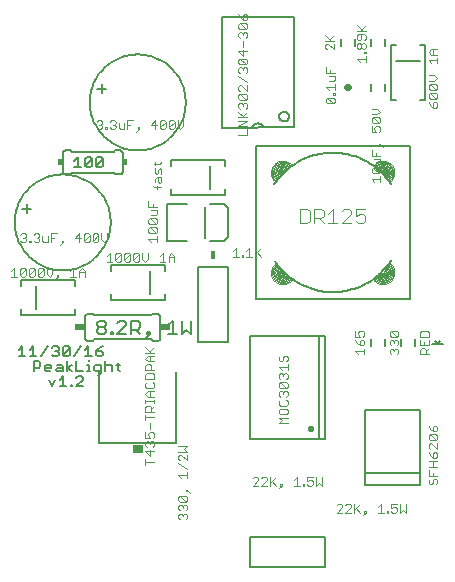
<source format=gto>
G75*
G70*
%OFA0B0*%
%FSLAX24Y24*%
%IPPOS*%
%LPD*%
%AMOC8*
5,1,8,0,0,1.08239X$1,22.5*
%
%ADD10C,0.0060*%
%ADD11R,0.0180X0.0300*%
%ADD12C,0.0030*%
%ADD13C,0.0080*%
%ADD14R,0.0340X0.0240*%
%ADD15C,0.0050*%
%ADD16C,0.0220*%
%ADD17R,0.0150X0.0200*%
%ADD18C,0.0217*%
%ADD19C,0.0040*%
%ADD20R,0.0340X0.0300*%
D10*
X002706Y006618D02*
X002819Y006844D01*
X002961Y006844D02*
X003074Y006958D01*
X003074Y006618D01*
X002961Y006618D02*
X003188Y006618D01*
X003329Y006618D02*
X003386Y006618D01*
X003386Y006674D01*
X003329Y006674D01*
X003329Y006618D01*
X003513Y006618D02*
X003740Y006844D01*
X003740Y006901D01*
X003683Y006958D01*
X003570Y006958D01*
X003513Y006901D01*
X003504Y007118D02*
X003731Y007118D01*
X003873Y007118D02*
X003986Y007118D01*
X003929Y007118D02*
X003929Y007344D01*
X003873Y007344D01*
X003929Y007458D02*
X003929Y007515D01*
X003916Y007618D02*
X003916Y007958D01*
X003802Y007844D01*
X003661Y007958D02*
X003434Y007618D01*
X003293Y007674D02*
X003236Y007618D01*
X003122Y007618D01*
X003066Y007674D01*
X003293Y007901D01*
X003293Y007674D01*
X003293Y007901D02*
X003236Y007958D01*
X003122Y007958D01*
X003066Y007901D01*
X003066Y007674D01*
X002924Y007674D02*
X002868Y007618D01*
X002754Y007618D01*
X002697Y007674D01*
X002811Y007788D02*
X002868Y007788D01*
X002924Y007731D01*
X002924Y007674D01*
X002868Y007788D02*
X002924Y007844D01*
X002924Y007901D01*
X002868Y007958D01*
X002754Y007958D01*
X002697Y007901D01*
X002556Y007958D02*
X002329Y007618D01*
X002188Y007618D02*
X001961Y007618D01*
X002074Y007618D02*
X002074Y007958D01*
X001961Y007844D01*
X001706Y007958D02*
X001706Y007618D01*
X001593Y007618D02*
X001819Y007618D01*
X002093Y007458D02*
X002263Y007458D01*
X002319Y007401D01*
X002319Y007288D01*
X002263Y007231D01*
X002093Y007231D01*
X002093Y007118D02*
X002093Y007458D01*
X002461Y007288D02*
X002461Y007174D01*
X002518Y007118D01*
X002631Y007118D01*
X002688Y007231D02*
X002461Y007231D01*
X002461Y007288D02*
X002518Y007344D01*
X002631Y007344D01*
X002688Y007288D01*
X002688Y007231D01*
X002829Y007174D02*
X002886Y007231D01*
X003056Y007231D01*
X003056Y007288D02*
X003056Y007118D01*
X002886Y007118D01*
X002829Y007174D01*
X002886Y007344D02*
X002999Y007344D01*
X003056Y007288D01*
X003197Y007231D02*
X003368Y007118D01*
X003504Y007118D02*
X003504Y007458D01*
X003368Y007344D02*
X003197Y007231D01*
X003197Y007118D02*
X003197Y007458D01*
X003802Y007618D02*
X004029Y007618D01*
X004171Y007674D02*
X004227Y007618D01*
X004341Y007618D01*
X004398Y007674D01*
X004398Y007731D01*
X004341Y007788D01*
X004171Y007788D01*
X004171Y007674D01*
X004171Y007788D02*
X004284Y007901D01*
X004398Y007958D01*
X004113Y008188D02*
X006013Y008188D01*
X006063Y008138D01*
X006213Y008138D01*
X006230Y008140D01*
X006247Y008144D01*
X006263Y008151D01*
X006277Y008161D01*
X006290Y008174D01*
X006300Y008188D01*
X006307Y008204D01*
X006311Y008221D01*
X006313Y008238D01*
X006313Y008938D01*
X006311Y008955D01*
X006307Y008972D01*
X006300Y008988D01*
X006290Y009002D01*
X006277Y009015D01*
X006263Y009025D01*
X006247Y009032D01*
X006230Y009036D01*
X006213Y009038D01*
X006063Y009038D01*
X006013Y008988D01*
X004113Y008988D01*
X004063Y009038D01*
X003913Y009038D01*
X003896Y009036D01*
X003879Y009032D01*
X003863Y009025D01*
X003849Y009015D01*
X003836Y009002D01*
X003826Y008988D01*
X003819Y008972D01*
X003815Y008955D01*
X003813Y008938D01*
X003813Y008238D01*
X003815Y008221D01*
X003819Y008204D01*
X003826Y008188D01*
X003836Y008174D01*
X003849Y008161D01*
X003863Y008151D01*
X003879Y008144D01*
X003896Y008140D01*
X003913Y008138D01*
X004063Y008138D01*
X004113Y008188D01*
X004487Y007458D02*
X004487Y007118D01*
X004345Y007118D02*
X004175Y007118D01*
X004118Y007174D01*
X004118Y007288D01*
X004175Y007344D01*
X004345Y007344D01*
X004345Y007061D01*
X004288Y007004D01*
X004232Y007004D01*
X004487Y007288D02*
X004543Y007344D01*
X004657Y007344D01*
X004713Y007288D01*
X004713Y007118D01*
X004912Y007174D02*
X004912Y007401D01*
X004968Y007344D02*
X004855Y007344D01*
X004912Y007174D02*
X004968Y007118D01*
X003740Y006618D02*
X003513Y006618D01*
X002706Y006618D02*
X002593Y006844D01*
X001593Y007844D02*
X001706Y007958D01*
X001463Y012088D02*
X001465Y012168D01*
X001471Y012247D01*
X001481Y012326D01*
X001495Y012405D01*
X001512Y012483D01*
X001534Y012560D01*
X001559Y012635D01*
X001589Y012709D01*
X001621Y012782D01*
X001658Y012853D01*
X001698Y012922D01*
X001741Y012989D01*
X001788Y013054D01*
X001837Y013116D01*
X001890Y013176D01*
X001946Y013233D01*
X002004Y013288D01*
X002065Y013339D01*
X002129Y013387D01*
X002195Y013432D01*
X002263Y013474D01*
X002333Y013512D01*
X002405Y013546D01*
X002478Y013577D01*
X002553Y013605D01*
X002630Y013628D01*
X002707Y013648D01*
X002785Y013664D01*
X002864Y013676D01*
X002943Y013684D01*
X003023Y013688D01*
X003103Y013688D01*
X003183Y013684D01*
X003262Y013676D01*
X003341Y013664D01*
X003419Y013648D01*
X003496Y013628D01*
X003573Y013605D01*
X003648Y013577D01*
X003721Y013546D01*
X003793Y013512D01*
X003863Y013474D01*
X003931Y013432D01*
X003997Y013387D01*
X004061Y013339D01*
X004122Y013288D01*
X004180Y013233D01*
X004236Y013176D01*
X004289Y013116D01*
X004338Y013054D01*
X004385Y012989D01*
X004428Y012922D01*
X004468Y012853D01*
X004505Y012782D01*
X004537Y012709D01*
X004567Y012635D01*
X004592Y012560D01*
X004614Y012483D01*
X004631Y012405D01*
X004645Y012326D01*
X004655Y012247D01*
X004661Y012168D01*
X004663Y012088D01*
X004661Y012008D01*
X004655Y011929D01*
X004645Y011850D01*
X004631Y011771D01*
X004614Y011693D01*
X004592Y011616D01*
X004567Y011541D01*
X004537Y011467D01*
X004505Y011394D01*
X004468Y011323D01*
X004428Y011254D01*
X004385Y011187D01*
X004338Y011122D01*
X004289Y011060D01*
X004236Y011000D01*
X004180Y010943D01*
X004122Y010888D01*
X004061Y010837D01*
X003997Y010789D01*
X003931Y010744D01*
X003863Y010702D01*
X003793Y010664D01*
X003721Y010630D01*
X003648Y010599D01*
X003573Y010571D01*
X003496Y010548D01*
X003419Y010528D01*
X003341Y010512D01*
X003262Y010500D01*
X003183Y010492D01*
X003103Y010488D01*
X003023Y010488D01*
X002943Y010492D01*
X002864Y010500D01*
X002785Y010512D01*
X002707Y010528D01*
X002630Y010548D01*
X002553Y010571D01*
X002478Y010599D01*
X002405Y010630D01*
X002333Y010664D01*
X002263Y010702D01*
X002195Y010744D01*
X002129Y010789D01*
X002065Y010837D01*
X002004Y010888D01*
X001946Y010943D01*
X001890Y011000D01*
X001837Y011060D01*
X001788Y011122D01*
X001741Y011187D01*
X001698Y011254D01*
X001658Y011323D01*
X001621Y011394D01*
X001589Y011467D01*
X001559Y011541D01*
X001534Y011616D01*
X001512Y011693D01*
X001495Y011771D01*
X001481Y011850D01*
X001471Y011929D01*
X001465Y012008D01*
X001463Y012088D01*
X001863Y012388D02*
X001863Y012688D01*
X001713Y012538D02*
X002013Y012538D01*
X003163Y013688D02*
X003313Y013688D01*
X003363Y013738D01*
X004763Y013738D01*
X004813Y013688D01*
X004963Y013688D01*
X004980Y013690D01*
X004997Y013694D01*
X005013Y013701D01*
X005027Y013711D01*
X005040Y013724D01*
X005050Y013738D01*
X005057Y013754D01*
X005061Y013771D01*
X005063Y013788D01*
X005063Y014388D01*
X005061Y014405D01*
X005057Y014422D01*
X005050Y014438D01*
X005040Y014452D01*
X005027Y014465D01*
X005013Y014475D01*
X004997Y014482D01*
X004980Y014486D01*
X004963Y014488D01*
X004813Y014488D01*
X004763Y014438D01*
X003363Y014438D01*
X003313Y014488D01*
X003163Y014488D01*
X003146Y014486D01*
X003129Y014482D01*
X003113Y014475D01*
X003099Y014465D01*
X003086Y014452D01*
X003076Y014438D01*
X003069Y014422D01*
X003065Y014405D01*
X003063Y014388D01*
X003063Y013788D01*
X003065Y013771D01*
X003069Y013754D01*
X003076Y013738D01*
X003086Y013724D01*
X003099Y013711D01*
X003113Y013701D01*
X003129Y013694D01*
X003146Y013690D01*
X003163Y013688D01*
X003963Y016088D02*
X003965Y016168D01*
X003971Y016247D01*
X003981Y016326D01*
X003995Y016405D01*
X004012Y016483D01*
X004034Y016560D01*
X004059Y016635D01*
X004089Y016709D01*
X004121Y016782D01*
X004158Y016853D01*
X004198Y016922D01*
X004241Y016989D01*
X004288Y017054D01*
X004337Y017116D01*
X004390Y017176D01*
X004446Y017233D01*
X004504Y017288D01*
X004565Y017339D01*
X004629Y017387D01*
X004695Y017432D01*
X004763Y017474D01*
X004833Y017512D01*
X004905Y017546D01*
X004978Y017577D01*
X005053Y017605D01*
X005130Y017628D01*
X005207Y017648D01*
X005285Y017664D01*
X005364Y017676D01*
X005443Y017684D01*
X005523Y017688D01*
X005603Y017688D01*
X005683Y017684D01*
X005762Y017676D01*
X005841Y017664D01*
X005919Y017648D01*
X005996Y017628D01*
X006073Y017605D01*
X006148Y017577D01*
X006221Y017546D01*
X006293Y017512D01*
X006363Y017474D01*
X006431Y017432D01*
X006497Y017387D01*
X006561Y017339D01*
X006622Y017288D01*
X006680Y017233D01*
X006736Y017176D01*
X006789Y017116D01*
X006838Y017054D01*
X006885Y016989D01*
X006928Y016922D01*
X006968Y016853D01*
X007005Y016782D01*
X007037Y016709D01*
X007067Y016635D01*
X007092Y016560D01*
X007114Y016483D01*
X007131Y016405D01*
X007145Y016326D01*
X007155Y016247D01*
X007161Y016168D01*
X007163Y016088D01*
X007161Y016008D01*
X007155Y015929D01*
X007145Y015850D01*
X007131Y015771D01*
X007114Y015693D01*
X007092Y015616D01*
X007067Y015541D01*
X007037Y015467D01*
X007005Y015394D01*
X006968Y015323D01*
X006928Y015254D01*
X006885Y015187D01*
X006838Y015122D01*
X006789Y015060D01*
X006736Y015000D01*
X006680Y014943D01*
X006622Y014888D01*
X006561Y014837D01*
X006497Y014789D01*
X006431Y014744D01*
X006363Y014702D01*
X006293Y014664D01*
X006221Y014630D01*
X006148Y014599D01*
X006073Y014571D01*
X005996Y014548D01*
X005919Y014528D01*
X005841Y014512D01*
X005762Y014500D01*
X005683Y014492D01*
X005603Y014488D01*
X005523Y014488D01*
X005443Y014492D01*
X005364Y014500D01*
X005285Y014512D01*
X005207Y014528D01*
X005130Y014548D01*
X005053Y014571D01*
X004978Y014599D01*
X004905Y014630D01*
X004833Y014664D01*
X004763Y014702D01*
X004695Y014744D01*
X004629Y014789D01*
X004565Y014837D01*
X004504Y014888D01*
X004446Y014943D01*
X004390Y015000D01*
X004337Y015060D01*
X004288Y015122D01*
X004241Y015187D01*
X004198Y015254D01*
X004158Y015323D01*
X004121Y015394D01*
X004089Y015467D01*
X004059Y015541D01*
X004034Y015616D01*
X004012Y015693D01*
X003995Y015771D01*
X003981Y015850D01*
X003971Y015929D01*
X003965Y016008D01*
X003963Y016088D01*
X004363Y016388D02*
X004363Y016688D01*
X004213Y016538D02*
X004513Y016538D01*
X012326Y017969D02*
X012326Y018206D01*
X012799Y018206D02*
X012799Y017969D01*
X013326Y017969D02*
X013326Y018206D01*
X013799Y018206D02*
X013799Y017969D01*
X013799Y016706D02*
X013799Y016469D01*
X013326Y016469D02*
X013326Y016706D01*
X011814Y008304D02*
X011611Y008304D01*
X011611Y004900D01*
X011814Y004861D02*
X009311Y004861D01*
X009311Y008304D01*
X011611Y008304D01*
X011814Y008304D02*
X011814Y004861D01*
X013151Y005839D02*
X013151Y003336D01*
X014974Y003336D01*
X014974Y003736D01*
X013151Y003736D01*
X014974Y003736D02*
X014974Y005839D01*
X013151Y005839D01*
X013326Y007969D02*
X013326Y008206D01*
X013799Y008206D02*
X013799Y007969D01*
X014326Y007969D02*
X014326Y008206D01*
X014799Y008206D02*
X014799Y007969D01*
D11*
X008063Y010988D03*
D12*
X008740Y010940D02*
X008933Y010940D01*
X008837Y010940D02*
X008837Y011230D01*
X008740Y011133D01*
X009035Y010988D02*
X009083Y010988D01*
X009083Y010940D01*
X009035Y010940D01*
X009035Y010988D01*
X009182Y010940D02*
X009375Y010940D01*
X009279Y010940D02*
X009279Y011230D01*
X009182Y011133D01*
X009477Y011037D02*
X009670Y011230D01*
X009477Y011230D02*
X009477Y010940D01*
X009525Y011085D02*
X009670Y010940D01*
X006784Y010923D02*
X006590Y010923D01*
X006590Y010971D02*
X006590Y010778D01*
X006489Y010778D02*
X006295Y010778D01*
X006392Y010778D02*
X006392Y011068D01*
X006295Y010971D01*
X006590Y010971D02*
X006687Y011068D01*
X006784Y010971D01*
X006784Y010778D01*
X006211Y011438D02*
X006211Y011632D01*
X006211Y011535D02*
X005920Y011535D01*
X006017Y011438D01*
X005969Y011733D02*
X005920Y011781D01*
X005920Y011878D01*
X005969Y011926D01*
X006162Y011733D01*
X006211Y011781D01*
X006211Y011878D01*
X006162Y011926D01*
X005969Y011926D01*
X005969Y012027D02*
X005920Y012076D01*
X005920Y012173D01*
X005969Y012221D01*
X006162Y012027D01*
X006211Y012076D01*
X006211Y012173D01*
X006162Y012221D01*
X005969Y012221D01*
X006017Y012322D02*
X006162Y012322D01*
X006211Y012370D01*
X006211Y012516D01*
X006017Y012516D01*
X006065Y012617D02*
X006065Y012713D01*
X005920Y012617D02*
X005920Y012810D01*
X005920Y012617D02*
X006211Y012617D01*
X006202Y013203D02*
X006202Y013299D01*
X006106Y013251D02*
X006057Y013299D01*
X006106Y013251D02*
X006348Y013251D01*
X006299Y013399D02*
X006251Y013447D01*
X006251Y013592D01*
X006202Y013592D02*
X006348Y013592D01*
X006348Y013447D01*
X006299Y013399D01*
X006154Y013447D02*
X006154Y013544D01*
X006202Y013592D01*
X006202Y013694D02*
X006154Y013742D01*
X006154Y013887D01*
X006154Y013988D02*
X006154Y014085D01*
X006106Y014037D02*
X006299Y014037D01*
X006348Y014085D01*
X006299Y013887D02*
X006251Y013839D01*
X006251Y013742D01*
X006202Y013694D01*
X006348Y013694D02*
X006348Y013839D01*
X006299Y013887D01*
X006350Y015203D02*
X006302Y015251D01*
X006495Y015444D01*
X006495Y015251D01*
X006447Y015203D01*
X006350Y015203D01*
X006302Y015251D02*
X006302Y015444D01*
X006350Y015493D01*
X006447Y015493D01*
X006495Y015444D01*
X006596Y015444D02*
X006596Y015251D01*
X006790Y015444D01*
X006790Y015251D01*
X006741Y015203D01*
X006645Y015203D01*
X006596Y015251D01*
X006596Y015444D02*
X006645Y015493D01*
X006741Y015493D01*
X006790Y015444D01*
X006891Y015493D02*
X006891Y015299D01*
X006988Y015203D01*
X007084Y015299D01*
X007084Y015493D01*
X006201Y015348D02*
X006007Y015348D01*
X006152Y015493D01*
X006152Y015203D01*
X005613Y015203D02*
X005564Y015203D01*
X005564Y015251D01*
X005613Y015251D01*
X005613Y015203D01*
X005516Y015106D01*
X005318Y015348D02*
X005221Y015348D01*
X005120Y015396D02*
X005120Y015203D01*
X004975Y015203D01*
X004927Y015251D01*
X004927Y015396D01*
X004825Y015396D02*
X004777Y015348D01*
X004825Y015299D01*
X004825Y015251D01*
X004777Y015203D01*
X004680Y015203D01*
X004632Y015251D01*
X004533Y015251D02*
X004533Y015203D01*
X004485Y015203D01*
X004485Y015251D01*
X004533Y015251D01*
X004383Y015251D02*
X004383Y015299D01*
X004335Y015348D01*
X004287Y015348D01*
X004335Y015348D02*
X004383Y015396D01*
X004383Y015444D01*
X004335Y015493D01*
X004238Y015493D01*
X004190Y015444D01*
X004190Y015251D02*
X004238Y015203D01*
X004335Y015203D01*
X004383Y015251D01*
X004632Y015444D02*
X004680Y015493D01*
X004777Y015493D01*
X004825Y015444D01*
X004825Y015396D01*
X004777Y015348D02*
X004729Y015348D01*
X005221Y015203D02*
X005221Y015493D01*
X005415Y015493D01*
X008922Y015484D02*
X009212Y015484D01*
X008922Y015290D01*
X009212Y015290D01*
X009212Y015189D02*
X009212Y014996D01*
X008922Y014996D01*
X008922Y015585D02*
X009212Y015585D01*
X009116Y015585D02*
X008922Y015778D01*
X008970Y015880D02*
X008922Y015928D01*
X008922Y016025D01*
X008970Y016073D01*
X009019Y016073D01*
X009067Y016025D01*
X009116Y016073D01*
X009164Y016073D01*
X009212Y016025D01*
X009212Y015928D01*
X009164Y015880D01*
X009212Y015778D02*
X009067Y015633D01*
X009067Y015976D02*
X009067Y016025D01*
X008970Y016174D02*
X008922Y016223D01*
X008922Y016319D01*
X008970Y016368D01*
X009164Y016174D01*
X009212Y016223D01*
X009212Y016319D01*
X009164Y016368D01*
X008970Y016368D01*
X008970Y016469D02*
X008922Y016517D01*
X008922Y016614D01*
X008970Y016662D01*
X009019Y016662D01*
X009212Y016469D01*
X009212Y016662D01*
X009212Y016763D02*
X008922Y016957D01*
X008970Y017058D02*
X008922Y017106D01*
X008922Y017203D01*
X008970Y017252D01*
X009019Y017252D01*
X009067Y017203D01*
X009116Y017252D01*
X009164Y017252D01*
X009212Y017203D01*
X009212Y017106D01*
X009164Y017058D01*
X009067Y017155D02*
X009067Y017203D01*
X008970Y017353D02*
X008922Y017401D01*
X008922Y017498D01*
X008970Y017546D01*
X009164Y017353D01*
X009212Y017401D01*
X009212Y017498D01*
X009164Y017546D01*
X008970Y017546D01*
X009067Y017647D02*
X008922Y017793D01*
X009212Y017793D01*
X009067Y017841D02*
X009067Y017647D01*
X009067Y017942D02*
X009067Y018136D01*
X008970Y018237D02*
X008922Y018285D01*
X008922Y018382D01*
X008970Y018430D01*
X009019Y018430D01*
X009067Y018382D01*
X009116Y018430D01*
X009164Y018430D01*
X009212Y018382D01*
X009212Y018285D01*
X009164Y018237D01*
X009067Y018333D02*
X009067Y018382D01*
X009164Y018531D02*
X008970Y018531D01*
X008922Y018580D01*
X008922Y018677D01*
X008970Y018725D01*
X009164Y018531D01*
X009212Y018580D01*
X009212Y018677D01*
X009164Y018725D01*
X008970Y018725D01*
X009067Y018826D02*
X008970Y018923D01*
X008922Y019020D01*
X009067Y018971D02*
X009067Y018826D01*
X009164Y018826D01*
X009212Y018874D01*
X009212Y018971D01*
X009164Y019020D01*
X009116Y019020D01*
X009067Y018971D01*
X009164Y017353D02*
X008970Y017353D01*
X008970Y016174D02*
X009164Y016174D01*
X011840Y016197D02*
X011888Y016245D01*
X012082Y016052D01*
X012130Y016100D01*
X012130Y016197D01*
X012082Y016245D01*
X011888Y016245D01*
X011840Y016197D02*
X011840Y016100D01*
X011888Y016052D01*
X012082Y016052D01*
X012082Y016346D02*
X012082Y016395D01*
X012130Y016395D01*
X012130Y016346D01*
X012082Y016346D01*
X012130Y016494D02*
X012130Y016687D01*
X012130Y016590D02*
X011840Y016590D01*
X011937Y016494D01*
X011937Y016788D02*
X012082Y016788D01*
X012130Y016837D01*
X012130Y016982D01*
X011937Y016982D01*
X011985Y017083D02*
X011985Y017180D01*
X011840Y017276D02*
X011840Y017083D01*
X012130Y017083D01*
X012110Y017853D02*
X011917Y018046D01*
X011868Y018046D01*
X011820Y017998D01*
X011820Y017901D01*
X011868Y017853D01*
X012110Y017853D02*
X012110Y018046D01*
X012110Y018147D02*
X011820Y018147D01*
X011965Y018196D02*
X012110Y018341D01*
X012013Y018147D02*
X011820Y018341D01*
X012870Y018309D02*
X012870Y018213D01*
X012918Y018164D01*
X012967Y018164D01*
X013015Y018213D01*
X013015Y018358D01*
X013112Y018358D02*
X012918Y018358D01*
X012870Y018309D01*
X012870Y018459D02*
X013160Y018459D01*
X013063Y018459D02*
X012870Y018652D01*
X013015Y018507D02*
X013160Y018652D01*
X013112Y018358D02*
X013160Y018309D01*
X013160Y018213D01*
X013112Y018164D01*
X013112Y018063D02*
X013063Y018063D01*
X013015Y018015D01*
X013015Y017918D01*
X012967Y017869D01*
X012918Y017869D01*
X012870Y017918D01*
X012870Y018015D01*
X012918Y018063D01*
X012967Y018063D01*
X013015Y018015D01*
X013015Y017918D02*
X013063Y017869D01*
X013112Y017869D01*
X013160Y017918D01*
X013160Y018015D01*
X013112Y018063D01*
X013112Y017771D02*
X013160Y017771D01*
X013160Y017722D01*
X013112Y017722D01*
X013112Y017771D01*
X013160Y017621D02*
X013160Y017428D01*
X013160Y017524D02*
X012870Y017524D01*
X012967Y017428D01*
X013357Y015880D02*
X013551Y015880D01*
X013648Y015783D01*
X013551Y015686D01*
X013357Y015686D01*
X013406Y015585D02*
X013599Y015392D01*
X013648Y015440D01*
X013648Y015537D01*
X013599Y015585D01*
X013406Y015585D01*
X013357Y015537D01*
X013357Y015440D01*
X013406Y015392D01*
X013599Y015392D01*
X013599Y015291D02*
X013648Y015242D01*
X013648Y015146D01*
X013599Y015097D01*
X013502Y015097D02*
X013454Y015194D01*
X013454Y015242D01*
X013502Y015291D01*
X013599Y015291D01*
X013502Y015097D02*
X013357Y015097D01*
X013357Y015291D01*
X013599Y014703D02*
X013599Y014654D01*
X013648Y014654D01*
X013648Y014703D01*
X013599Y014703D01*
X013648Y014703D02*
X013744Y014606D01*
X013648Y014311D02*
X013357Y014311D01*
X013357Y014505D01*
X013502Y014408D02*
X013502Y014311D01*
X013454Y014210D02*
X013648Y014210D01*
X013648Y014065D01*
X013599Y014017D01*
X013454Y014017D01*
X013406Y013916D02*
X013599Y013722D01*
X013648Y013771D01*
X013648Y013867D01*
X013599Y013916D01*
X013406Y013916D01*
X013357Y013867D01*
X013357Y013771D01*
X013406Y013722D01*
X013599Y013722D01*
X013648Y013621D02*
X013648Y013428D01*
X013648Y013524D02*
X013357Y013524D01*
X013454Y013428D01*
X015402Y015915D02*
X015306Y016012D01*
X015257Y016108D01*
X015306Y016210D02*
X015257Y016258D01*
X015257Y016355D01*
X015306Y016403D01*
X015499Y016210D01*
X015548Y016258D01*
X015548Y016355D01*
X015499Y016403D01*
X015306Y016403D01*
X015306Y016504D02*
X015257Y016553D01*
X015257Y016649D01*
X015306Y016698D01*
X015499Y016504D01*
X015548Y016553D01*
X015548Y016649D01*
X015499Y016698D01*
X015306Y016698D01*
X015257Y016799D02*
X015451Y016799D01*
X015548Y016896D01*
X015451Y016992D01*
X015257Y016992D01*
X015354Y017388D02*
X015257Y017485D01*
X015548Y017485D01*
X015548Y017388D02*
X015548Y017582D01*
X015548Y017683D02*
X015354Y017683D01*
X015257Y017780D01*
X015354Y017876D01*
X015548Y017876D01*
X015402Y017876D02*
X015402Y017683D01*
X015499Y016504D02*
X015306Y016504D01*
X015306Y016210D02*
X015499Y016210D01*
X015499Y016108D02*
X015451Y016108D01*
X015402Y016060D01*
X015402Y015915D01*
X015499Y015915D01*
X015548Y015963D01*
X015548Y016060D01*
X015499Y016108D01*
X015219Y008476D02*
X015026Y008476D01*
X014977Y008428D01*
X014977Y008283D01*
X015268Y008283D01*
X015268Y008428D01*
X015219Y008476D01*
X015268Y008182D02*
X015268Y007988D01*
X014977Y007988D01*
X014977Y008182D01*
X015122Y008085D02*
X015122Y007988D01*
X015122Y007887D02*
X015171Y007839D01*
X015171Y007694D01*
X015171Y007790D02*
X015268Y007887D01*
X015122Y007887D02*
X015026Y007887D01*
X014977Y007839D01*
X014977Y007694D01*
X015268Y007694D01*
X014248Y007738D02*
X014199Y007690D01*
X014248Y007738D02*
X014248Y007835D01*
X014199Y007883D01*
X014151Y007883D01*
X014102Y007835D01*
X014102Y007787D01*
X014102Y007835D02*
X014054Y007883D01*
X014006Y007883D01*
X013957Y007835D01*
X013957Y007738D01*
X014006Y007690D01*
X014006Y007985D02*
X013957Y008033D01*
X013957Y008130D01*
X014006Y008178D01*
X014054Y008178D01*
X014102Y008130D01*
X014151Y008178D01*
X014199Y008178D01*
X014248Y008130D01*
X014248Y008033D01*
X014199Y007985D01*
X014102Y008081D02*
X014102Y008130D01*
X014006Y008279D02*
X013957Y008328D01*
X013957Y008424D01*
X014006Y008473D01*
X014199Y008279D01*
X014248Y008328D01*
X014248Y008424D01*
X014199Y008473D01*
X014006Y008473D01*
X014006Y008279D02*
X014199Y008279D01*
X013110Y008328D02*
X013062Y008279D01*
X013110Y008328D02*
X013110Y008424D01*
X013062Y008473D01*
X012965Y008473D01*
X012917Y008424D01*
X012917Y008376D01*
X012965Y008279D01*
X012820Y008279D01*
X012820Y008473D01*
X012820Y008178D02*
X012868Y008081D01*
X012965Y007985D01*
X012965Y008130D01*
X013013Y008178D01*
X013062Y008178D01*
X013110Y008130D01*
X013110Y008033D01*
X013062Y007985D01*
X012965Y007985D01*
X013110Y007883D02*
X013110Y007690D01*
X013110Y007787D02*
X012820Y007787D01*
X012917Y007690D01*
X010560Y007598D02*
X010560Y007501D01*
X010512Y007453D01*
X010415Y007501D02*
X010415Y007598D01*
X010463Y007646D01*
X010512Y007646D01*
X010560Y007598D01*
X010415Y007501D02*
X010367Y007453D01*
X010318Y007453D01*
X010270Y007501D01*
X010270Y007598D01*
X010318Y007646D01*
X010560Y007351D02*
X010560Y007158D01*
X010560Y007255D02*
X010270Y007255D01*
X010367Y007158D01*
X010367Y007057D02*
X010415Y007008D01*
X010463Y007057D01*
X010512Y007057D01*
X010560Y007008D01*
X010560Y006912D01*
X010512Y006863D01*
X010512Y006762D02*
X010318Y006762D01*
X010512Y006569D01*
X010560Y006617D01*
X010560Y006714D01*
X010512Y006762D01*
X010512Y006569D02*
X010318Y006569D01*
X010270Y006617D01*
X010270Y006714D01*
X010318Y006762D01*
X010318Y006863D02*
X010270Y006912D01*
X010270Y007008D01*
X010318Y007057D01*
X010367Y007057D01*
X010415Y007008D02*
X010415Y006960D01*
X010463Y006467D02*
X010512Y006467D01*
X010560Y006419D01*
X010560Y006322D01*
X010512Y006274D01*
X010512Y006173D02*
X010560Y006124D01*
X010560Y006028D01*
X010512Y005979D01*
X010318Y005979D01*
X010270Y006028D01*
X010270Y006124D01*
X010318Y006173D01*
X010318Y006274D02*
X010270Y006322D01*
X010270Y006419D01*
X010318Y006467D01*
X010367Y006467D01*
X010415Y006419D01*
X010463Y006467D01*
X010415Y006419D02*
X010415Y006371D01*
X010512Y005878D02*
X010318Y005878D01*
X010270Y005830D01*
X010270Y005733D01*
X010318Y005685D01*
X010512Y005685D01*
X010560Y005733D01*
X010560Y005830D01*
X010512Y005878D01*
X010560Y005583D02*
X010270Y005583D01*
X010367Y005487D01*
X010270Y005390D01*
X010560Y005390D01*
X010862Y003605D02*
X010862Y003315D01*
X010765Y003315D02*
X010959Y003315D01*
X011060Y003315D02*
X011108Y003315D01*
X011108Y003363D01*
X011060Y003363D01*
X011060Y003315D01*
X011207Y003363D02*
X011255Y003315D01*
X011352Y003315D01*
X011401Y003363D01*
X011401Y003460D01*
X011352Y003508D01*
X011304Y003508D01*
X011207Y003460D01*
X011207Y003605D01*
X011401Y003605D01*
X011502Y003605D02*
X011502Y003315D01*
X011598Y003412D01*
X011695Y003315D01*
X011695Y003605D01*
X010862Y003605D02*
X010765Y003508D01*
X010371Y003363D02*
X010322Y003363D01*
X010322Y003315D01*
X010371Y003315D01*
X010371Y003363D01*
X010371Y003315D02*
X010274Y003218D01*
X010173Y003315D02*
X010028Y003460D01*
X009979Y003412D02*
X010173Y003605D01*
X009979Y003605D02*
X009979Y003315D01*
X009878Y003315D02*
X009685Y003315D01*
X009878Y003508D01*
X009878Y003557D01*
X009830Y003605D01*
X009733Y003605D01*
X009685Y003557D01*
X009583Y003557D02*
X009535Y003605D01*
X009438Y003605D01*
X009390Y003557D01*
X009583Y003557D02*
X009583Y003508D01*
X009390Y003315D01*
X009583Y003315D01*
X007307Y003074D02*
X007210Y003171D01*
X007210Y003122D01*
X007162Y003122D01*
X007162Y003171D01*
X007210Y003171D01*
X007162Y002973D02*
X007210Y002924D01*
X007210Y002828D01*
X007162Y002779D01*
X006968Y002973D01*
X007162Y002973D01*
X007162Y002779D02*
X006968Y002779D01*
X006920Y002828D01*
X006920Y002924D01*
X006968Y002973D01*
X006968Y002678D02*
X006920Y002630D01*
X006920Y002533D01*
X006968Y002485D01*
X006968Y002383D02*
X006920Y002335D01*
X006920Y002238D01*
X006968Y002190D01*
X007065Y002287D02*
X007065Y002335D01*
X007113Y002383D01*
X007162Y002383D01*
X007210Y002335D01*
X007210Y002238D01*
X007162Y002190D01*
X007065Y002335D02*
X007017Y002383D01*
X006968Y002383D01*
X007162Y002485D02*
X007210Y002533D01*
X007210Y002630D01*
X007162Y002678D01*
X007113Y002678D01*
X007065Y002630D01*
X007065Y002581D01*
X007065Y002630D02*
X007017Y002678D01*
X006968Y002678D01*
X007017Y003565D02*
X006920Y003662D01*
X007210Y003662D01*
X007210Y003565D02*
X007210Y003759D01*
X007210Y003860D02*
X006920Y004053D01*
X006968Y004154D02*
X006920Y004203D01*
X006920Y004299D01*
X006968Y004348D01*
X007017Y004348D01*
X007210Y004154D01*
X007210Y004348D01*
X007210Y004449D02*
X007113Y004546D01*
X007210Y004642D01*
X006920Y004642D01*
X006920Y004449D02*
X007210Y004449D01*
X006110Y004455D02*
X005820Y004455D01*
X005965Y004310D01*
X005965Y004503D01*
X006062Y004604D02*
X006110Y004653D01*
X006110Y004749D01*
X006062Y004798D01*
X006013Y004798D01*
X005965Y004749D01*
X005965Y004701D01*
X005965Y004749D02*
X005917Y004798D01*
X005868Y004798D01*
X005820Y004749D01*
X005820Y004653D01*
X005868Y004604D01*
X005820Y004899D02*
X005965Y004899D01*
X005917Y004996D01*
X005917Y005044D01*
X005965Y005092D01*
X006062Y005092D01*
X006110Y005044D01*
X006110Y004947D01*
X006062Y004899D01*
X005820Y004899D02*
X005820Y005092D01*
X005965Y005194D02*
X005965Y005387D01*
X005820Y005488D02*
X005820Y005682D01*
X005820Y005585D02*
X006110Y005585D01*
X006110Y005783D02*
X005820Y005783D01*
X005820Y005928D01*
X005868Y005976D01*
X005965Y005976D01*
X006013Y005928D01*
X006013Y005783D01*
X006013Y005880D02*
X006110Y005976D01*
X006110Y006078D02*
X006110Y006174D01*
X006110Y006126D02*
X005820Y006126D01*
X005820Y006078D02*
X005820Y006174D01*
X005917Y006274D02*
X005820Y006371D01*
X005917Y006467D01*
X006110Y006467D01*
X006062Y006569D02*
X006110Y006617D01*
X006110Y006714D01*
X006062Y006762D01*
X006110Y006863D02*
X005820Y006863D01*
X005820Y007008D01*
X005868Y007057D01*
X006062Y007057D01*
X006110Y007008D01*
X006110Y006863D01*
X005868Y006762D02*
X005820Y006714D01*
X005820Y006617D01*
X005868Y006569D01*
X006062Y006569D01*
X005965Y006467D02*
X005965Y006274D01*
X005917Y006274D02*
X006110Y006274D01*
X006110Y007158D02*
X005820Y007158D01*
X005820Y007303D01*
X005868Y007351D01*
X005965Y007351D01*
X006013Y007303D01*
X006013Y007158D01*
X005965Y007453D02*
X005965Y007646D01*
X005917Y007646D02*
X006110Y007646D01*
X006110Y007747D02*
X005820Y007747D01*
X005917Y007646D02*
X005820Y007549D01*
X005917Y007453D01*
X006110Y007453D01*
X006013Y007747D02*
X005820Y007941D01*
X005965Y007796D02*
X006110Y007941D01*
X003801Y010283D02*
X003801Y010476D01*
X003705Y010573D01*
X003608Y010476D01*
X003608Y010283D01*
X003507Y010283D02*
X003313Y010283D01*
X003410Y010283D02*
X003410Y010573D01*
X003313Y010476D01*
X003608Y010428D02*
X003801Y010428D01*
X004528Y010778D02*
X004721Y010778D01*
X004624Y010778D02*
X004624Y011068D01*
X004528Y010971D01*
X004822Y011019D02*
X004822Y010826D01*
X005016Y011019D01*
X005016Y010826D01*
X004967Y010778D01*
X004871Y010778D01*
X004822Y010826D01*
X004822Y011019D02*
X004871Y011068D01*
X004967Y011068D01*
X005016Y011019D01*
X005117Y011019D02*
X005117Y010826D01*
X005310Y011019D01*
X005310Y010826D01*
X005262Y010778D01*
X005165Y010778D01*
X005117Y010826D01*
X005117Y011019D02*
X005165Y011068D01*
X005262Y011068D01*
X005310Y011019D01*
X005411Y011019D02*
X005460Y011068D01*
X005557Y011068D01*
X005605Y011019D01*
X005411Y010826D01*
X005460Y010778D01*
X005557Y010778D01*
X005605Y010826D01*
X005605Y011019D01*
X005706Y011068D02*
X005706Y010874D01*
X005803Y010778D01*
X005900Y010874D01*
X005900Y011068D01*
X005411Y011019D02*
X005411Y010826D01*
X005969Y011733D02*
X006162Y011733D01*
X006162Y012027D02*
X005969Y012027D01*
X004547Y011718D02*
X004547Y011524D01*
X004450Y011428D01*
X004353Y011524D01*
X004353Y011718D01*
X004252Y011669D02*
X004059Y011476D01*
X004107Y011428D01*
X004204Y011428D01*
X004252Y011476D01*
X004252Y011669D01*
X004204Y011718D01*
X004107Y011718D01*
X004059Y011669D01*
X004059Y011476D01*
X003958Y011476D02*
X003958Y011669D01*
X003764Y011476D01*
X003813Y011428D01*
X003909Y011428D01*
X003958Y011476D01*
X003958Y011669D02*
X003909Y011718D01*
X003813Y011718D01*
X003764Y011669D01*
X003764Y011476D01*
X003663Y011573D02*
X003470Y011573D01*
X003615Y011718D01*
X003615Y011428D01*
X003075Y011428D02*
X002978Y011331D01*
X003027Y011428D02*
X003075Y011428D01*
X003075Y011476D01*
X003027Y011476D01*
X003027Y011428D01*
X002781Y011573D02*
X002684Y011573D01*
X002583Y011621D02*
X002583Y011428D01*
X002438Y011428D01*
X002389Y011476D01*
X002389Y011621D01*
X002288Y011621D02*
X002240Y011573D01*
X002288Y011524D01*
X002288Y011476D01*
X002240Y011428D01*
X002143Y011428D01*
X002094Y011476D01*
X001996Y011476D02*
X001996Y011428D01*
X001947Y011428D01*
X001947Y011476D01*
X001996Y011476D01*
X001846Y011476D02*
X001798Y011428D01*
X001701Y011428D01*
X001653Y011476D01*
X001749Y011573D02*
X001798Y011573D01*
X001846Y011524D01*
X001846Y011476D01*
X001798Y011573D02*
X001846Y011621D01*
X001846Y011669D01*
X001798Y011718D01*
X001701Y011718D01*
X001653Y011669D01*
X002094Y011669D02*
X002143Y011718D01*
X002240Y011718D01*
X002288Y011669D01*
X002288Y011621D01*
X002240Y011573D02*
X002191Y011573D01*
X002684Y011428D02*
X002684Y011718D01*
X002877Y011718D01*
X002721Y010573D02*
X002721Y010379D01*
X002624Y010283D01*
X002527Y010379D01*
X002527Y010573D01*
X002426Y010524D02*
X002233Y010331D01*
X002281Y010283D01*
X002378Y010283D01*
X002426Y010331D01*
X002426Y010524D01*
X002378Y010573D01*
X002281Y010573D01*
X002233Y010524D01*
X002233Y010331D01*
X002132Y010331D02*
X002083Y010283D01*
X001987Y010283D01*
X001938Y010331D01*
X002132Y010524D01*
X002132Y010331D01*
X002132Y010524D02*
X002083Y010573D01*
X001987Y010573D01*
X001938Y010524D01*
X001938Y010331D01*
X001837Y010331D02*
X001789Y010283D01*
X001692Y010283D01*
X001644Y010331D01*
X001837Y010524D01*
X001837Y010331D01*
X001837Y010524D02*
X001789Y010573D01*
X001692Y010573D01*
X001644Y010524D01*
X001644Y010331D01*
X001542Y010283D02*
X001349Y010283D01*
X001446Y010283D02*
X001446Y010573D01*
X001349Y010476D01*
X002822Y010186D02*
X002919Y010283D01*
X002870Y010283D01*
X002870Y010331D01*
X002919Y010331D01*
X002919Y010283D01*
X005820Y004208D02*
X005820Y004015D01*
X005820Y004112D02*
X006110Y004112D01*
X012190Y002657D02*
X012238Y002705D01*
X012335Y002705D01*
X012383Y002657D01*
X012383Y002608D01*
X012190Y002415D01*
X012383Y002415D01*
X012485Y002415D02*
X012678Y002608D01*
X012678Y002657D01*
X012630Y002705D01*
X012533Y002705D01*
X012485Y002657D01*
X012485Y002415D02*
X012678Y002415D01*
X012779Y002415D02*
X012779Y002705D01*
X012828Y002560D02*
X012973Y002415D01*
X013074Y002318D02*
X013171Y002415D01*
X013122Y002415D01*
X013122Y002463D01*
X013171Y002463D01*
X013171Y002415D01*
X012973Y002705D02*
X012779Y002512D01*
X013565Y002608D02*
X013662Y002705D01*
X013662Y002415D01*
X013565Y002415D02*
X013759Y002415D01*
X013860Y002415D02*
X013908Y002415D01*
X013908Y002463D01*
X013860Y002463D01*
X013860Y002415D01*
X014007Y002463D02*
X014055Y002415D01*
X014152Y002415D01*
X014201Y002463D01*
X014201Y002560D01*
X014152Y002608D01*
X014104Y002608D01*
X014007Y002560D01*
X014007Y002705D01*
X014201Y002705D01*
X014302Y002705D02*
X014302Y002415D01*
X014398Y002512D01*
X014495Y002415D01*
X014495Y002705D01*
X015257Y003401D02*
X015306Y003353D01*
X015354Y003353D01*
X015402Y003401D01*
X015402Y003498D01*
X015451Y003546D01*
X015499Y003546D01*
X015548Y003498D01*
X015548Y003401D01*
X015499Y003353D01*
X015257Y003401D02*
X015257Y003498D01*
X015306Y003546D01*
X015257Y003647D02*
X015257Y003841D01*
X015257Y003942D02*
X015548Y003942D01*
X015402Y003942D02*
X015402Y004135D01*
X015402Y004236D02*
X015402Y004382D01*
X015451Y004430D01*
X015499Y004430D01*
X015548Y004382D01*
X015548Y004285D01*
X015499Y004236D01*
X015402Y004236D01*
X015306Y004333D01*
X015257Y004430D01*
X015306Y004531D02*
X015257Y004579D01*
X015257Y004676D01*
X015306Y004725D01*
X015354Y004725D01*
X015548Y004531D01*
X015548Y004725D01*
X015499Y004826D02*
X015306Y004826D01*
X015257Y004874D01*
X015257Y004971D01*
X015306Y005019D01*
X015499Y004826D01*
X015548Y004874D01*
X015548Y004971D01*
X015499Y005019D01*
X015306Y005019D01*
X015402Y005120D02*
X015306Y005217D01*
X015257Y005314D01*
X015402Y005266D02*
X015402Y005120D01*
X015499Y005120D01*
X015548Y005169D01*
X015548Y005266D01*
X015499Y005314D01*
X015451Y005314D01*
X015402Y005266D01*
X015257Y004135D02*
X015548Y004135D01*
X015402Y003744D02*
X015402Y003647D01*
X015257Y003647D02*
X015548Y003647D01*
D13*
X004272Y004738D02*
X004273Y007098D01*
X003468Y009017D02*
X001657Y009017D01*
X001657Y009194D01*
X002169Y009194D02*
X002169Y009981D01*
X001657Y009981D02*
X001657Y010158D01*
X003468Y010158D01*
X003468Y009981D01*
X003468Y009194D02*
X003468Y009017D01*
X004657Y009517D02*
X004657Y009694D01*
X004657Y009517D02*
X006468Y009517D01*
X006468Y009694D01*
X005956Y009694D02*
X005956Y010481D01*
X006468Y010481D02*
X006468Y010658D01*
X004657Y010658D01*
X004657Y010481D01*
X006539Y011458D02*
X006539Y012698D01*
X007208Y012698D01*
X007802Y012604D02*
X007802Y011581D01*
X007956Y011477D02*
X008429Y011477D01*
X008586Y011615D01*
X008586Y012580D01*
X008429Y012698D01*
X007956Y012698D01*
X008429Y012698D01*
X008468Y013017D02*
X006657Y013017D01*
X006657Y013194D01*
X006657Y013981D02*
X006657Y014158D01*
X008468Y014158D01*
X008468Y013981D01*
X007956Y013981D02*
X007956Y013194D01*
X008468Y013194D02*
X008468Y013017D01*
X009503Y014647D02*
X009503Y009528D01*
X014631Y009528D01*
X014631Y014647D01*
X009503Y014647D01*
X010114Y013357D02*
X010166Y013433D01*
X010221Y013507D01*
X010279Y013579D01*
X010339Y013649D01*
X010403Y013716D01*
X010469Y013781D01*
X010538Y013842D01*
X010608Y013901D01*
X010682Y013958D01*
X010757Y014011D01*
X010835Y014061D01*
X010914Y014108D01*
X010995Y014152D01*
X011078Y014193D01*
X011163Y014230D01*
X011249Y014264D01*
X011336Y014295D01*
X011424Y014322D01*
X011514Y014345D01*
X011604Y014365D01*
X011695Y014381D01*
X011786Y014394D01*
X011878Y014403D01*
X011970Y014408D01*
X012063Y014410D01*
X013992Y016182D02*
X013992Y017993D01*
X014169Y017993D01*
X014169Y017481D02*
X014956Y017481D01*
X014956Y017993D02*
X015133Y017993D01*
X015133Y016182D01*
X014956Y016182D01*
X014169Y016182D02*
X013992Y016182D01*
X014011Y010818D02*
X013959Y010742D01*
X013904Y010668D01*
X013846Y010596D01*
X013786Y010526D01*
X013722Y010459D01*
X013656Y010394D01*
X013587Y010333D01*
X013517Y010274D01*
X013443Y010217D01*
X013368Y010164D01*
X013290Y010114D01*
X013211Y010067D01*
X013130Y010023D01*
X013047Y009982D01*
X012962Y009945D01*
X012876Y009911D01*
X012789Y009880D01*
X012701Y009853D01*
X012611Y009830D01*
X012521Y009810D01*
X012430Y009794D01*
X012339Y009781D01*
X012247Y009772D01*
X012155Y009767D01*
X012062Y009765D01*
X012062Y009764D02*
X011967Y009766D01*
X011872Y009772D01*
X011778Y009782D01*
X011684Y009795D01*
X011591Y009813D01*
X011498Y009834D01*
X011406Y009859D01*
X011316Y009888D01*
X011227Y009921D01*
X011139Y009957D01*
X011053Y009996D01*
X010968Y010039D01*
X010885Y010086D01*
X010804Y010136D01*
X010726Y010189D01*
X010649Y010245D01*
X010575Y010305D01*
X010504Y010367D01*
X010435Y010432D01*
X010368Y010500D01*
X010305Y010571D01*
X010244Y010644D01*
X010187Y010720D01*
X010133Y010798D01*
X012063Y014411D02*
X012158Y014409D01*
X012253Y014403D01*
X012347Y014393D01*
X012441Y014380D01*
X012534Y014362D01*
X012627Y014341D01*
X012719Y014316D01*
X012809Y014287D01*
X012898Y014254D01*
X012986Y014218D01*
X013072Y014179D01*
X013157Y014136D01*
X013240Y014089D01*
X013321Y014039D01*
X013399Y013986D01*
X013476Y013930D01*
X013550Y013870D01*
X013621Y013808D01*
X013690Y013743D01*
X013757Y013675D01*
X013820Y013604D01*
X013881Y013531D01*
X013938Y013455D01*
X013992Y013377D01*
X015470Y008143D02*
X015563Y008021D01*
X015744Y008021D01*
X015648Y008143D02*
X015573Y008027D01*
X015563Y008021D02*
X015381Y008021D01*
X007208Y011458D02*
X006539Y011458D01*
X006853Y007098D02*
X006853Y004738D01*
X004272Y004738D01*
D14*
X003643Y008588D03*
X006483Y008588D03*
D15*
X006576Y008663D02*
X006726Y008813D01*
X006726Y008363D01*
X006576Y008363D02*
X006876Y008363D01*
X007037Y008363D02*
X007187Y008513D01*
X007337Y008363D01*
X007337Y008813D01*
X007037Y008813D02*
X007037Y008363D01*
X007563Y008088D02*
X007563Y010588D01*
X008563Y010588D01*
X008563Y008088D01*
X007563Y008088D01*
X005959Y008363D02*
X005884Y008363D01*
X005884Y008438D01*
X005959Y008438D01*
X005959Y008363D01*
X005809Y008212D01*
X005649Y008363D02*
X005499Y008513D01*
X005574Y008513D02*
X005348Y008513D01*
X005348Y008363D02*
X005348Y008813D01*
X005574Y008813D01*
X005649Y008738D01*
X005649Y008588D01*
X005574Y008513D01*
X005188Y008663D02*
X005188Y008738D01*
X005113Y008813D01*
X004963Y008813D01*
X004888Y008738D01*
X005188Y008663D02*
X004888Y008363D01*
X005188Y008363D01*
X004733Y008363D02*
X004658Y008363D01*
X004658Y008438D01*
X004733Y008438D01*
X004733Y008363D01*
X004498Y008438D02*
X004498Y008513D01*
X004423Y008588D01*
X004273Y008588D01*
X004198Y008663D01*
X004198Y008738D01*
X004273Y008813D01*
X004423Y008813D01*
X004498Y008738D01*
X004498Y008663D01*
X004423Y008588D01*
X004273Y008588D02*
X004198Y008513D01*
X004198Y008438D01*
X004273Y008363D01*
X004423Y008363D01*
X004498Y008438D01*
X004336Y013923D02*
X004222Y013923D01*
X004166Y013979D01*
X004393Y014206D01*
X004393Y013979D01*
X004336Y013923D01*
X004166Y013979D02*
X004166Y014206D01*
X004222Y014263D01*
X004336Y014263D01*
X004393Y014206D01*
X004033Y014206D02*
X004033Y013979D01*
X003977Y013923D01*
X003863Y013923D01*
X003807Y013979D01*
X004033Y014206D01*
X003977Y014263D01*
X003863Y014263D01*
X003807Y014206D01*
X003807Y013979D01*
X003674Y013923D02*
X003448Y013923D01*
X003561Y013923D02*
X003561Y014263D01*
X003448Y014149D01*
X008363Y015249D02*
X010763Y015253D01*
X010763Y018923D01*
X008363Y018923D01*
X008363Y015253D01*
X009363Y015253D02*
X009376Y015278D01*
X009391Y015302D01*
X009410Y015324D01*
X009431Y015343D01*
X009454Y015359D01*
X009480Y015371D01*
X009507Y015381D01*
X009535Y015386D01*
X009563Y015388D01*
X009591Y015386D01*
X009619Y015381D01*
X009646Y015371D01*
X009672Y015359D01*
X009695Y015343D01*
X009716Y015324D01*
X009735Y015302D01*
X009750Y015278D01*
X009763Y015253D01*
X010276Y015620D02*
X010278Y015645D01*
X010284Y015669D01*
X010293Y015693D01*
X010306Y015714D01*
X010322Y015734D01*
X010341Y015750D01*
X010362Y015764D01*
X010385Y015774D01*
X010409Y015781D01*
X010434Y015784D01*
X010459Y015783D01*
X010483Y015778D01*
X010507Y015770D01*
X010529Y015758D01*
X010549Y015742D01*
X010567Y015724D01*
X010581Y015704D01*
X010592Y015681D01*
X010600Y015657D01*
X010604Y015633D01*
X010604Y015607D01*
X010600Y015583D01*
X010592Y015559D01*
X010581Y015536D01*
X010567Y015516D01*
X010549Y015498D01*
X010529Y015482D01*
X010507Y015470D01*
X010483Y015462D01*
X010459Y015457D01*
X010434Y015456D01*
X010409Y015459D01*
X010385Y015466D01*
X010362Y015476D01*
X010341Y015490D01*
X010322Y015506D01*
X010306Y015526D01*
X010293Y015547D01*
X010284Y015571D01*
X010278Y015595D01*
X010276Y015620D01*
X009313Y001588D02*
X009313Y000588D01*
X011813Y000588D01*
X011813Y001588D01*
X009313Y001588D01*
D16*
X012550Y016588D02*
X012575Y016588D01*
D17*
X005138Y014088D03*
X002988Y014088D03*
D18*
X011350Y005210D03*
D19*
X010154Y010726D02*
X010367Y010428D01*
X010366Y010428D02*
X010365Y010419D01*
X010367Y010409D01*
X010371Y010400D01*
X010378Y010393D01*
X010387Y010389D01*
X010397Y010388D01*
X010407Y010390D01*
X010714Y010192D01*
X010690Y010162D01*
X010664Y010134D01*
X010635Y010109D01*
X010603Y010088D01*
X010570Y010069D01*
X010535Y010054D01*
X010499Y010042D01*
X010461Y010033D01*
X010423Y010029D01*
X010385Y010028D01*
X010347Y010031D01*
X010309Y010038D01*
X010273Y010048D01*
X010237Y010062D01*
X010203Y010079D01*
X010170Y010100D01*
X010140Y010123D01*
X010113Y010150D01*
X010088Y010179D01*
X010066Y010210D01*
X010047Y010243D01*
X010031Y010278D01*
X010019Y010314D01*
X010011Y010352D01*
X010006Y010390D01*
X010005Y010428D01*
X010008Y010466D01*
X010014Y010504D01*
X010024Y010541D01*
X010038Y010576D01*
X010055Y010610D01*
X010075Y010643D01*
X010099Y010673D01*
X010125Y010701D01*
X010154Y010726D01*
X010175Y010696D01*
X010148Y010672D01*
X010123Y010645D01*
X010101Y010615D01*
X010083Y010584D01*
X010067Y010550D01*
X010055Y010516D01*
X010047Y010480D01*
X010043Y010444D01*
X010042Y010407D01*
X010045Y010371D01*
X010052Y010335D01*
X010063Y010300D01*
X010077Y010266D01*
X010094Y010234D01*
X010115Y010204D01*
X010139Y010176D01*
X010165Y010151D01*
X010194Y010128D01*
X010225Y010109D01*
X010258Y010093D01*
X010293Y010080D01*
X010328Y010072D01*
X010364Y010066D01*
X010401Y010065D01*
X010438Y010067D01*
X010474Y010074D01*
X010509Y010083D01*
X010543Y010097D01*
X010575Y010114D01*
X010606Y010134D01*
X010634Y010157D01*
X010660Y010183D01*
X010683Y010212D01*
X010652Y010232D01*
X010630Y010205D01*
X010605Y010181D01*
X010577Y010159D01*
X010548Y010141D01*
X010517Y010126D01*
X010484Y010114D01*
X010450Y010107D01*
X010415Y010103D01*
X010381Y010102D01*
X010346Y010106D01*
X010312Y010113D01*
X010279Y010124D01*
X010248Y010139D01*
X010218Y010157D01*
X010190Y010178D01*
X010165Y010202D01*
X010143Y010229D01*
X010123Y010257D01*
X010107Y010288D01*
X010095Y010321D01*
X010086Y010354D01*
X010080Y010389D01*
X010079Y010423D01*
X010081Y010458D01*
X010088Y010492D01*
X010097Y010525D01*
X010111Y010558D01*
X010128Y010588D01*
X010148Y010616D01*
X010171Y010642D01*
X010197Y010666D01*
X010218Y010635D01*
X010194Y010613D01*
X010173Y010588D01*
X010155Y010561D01*
X010140Y010532D01*
X010128Y010502D01*
X010121Y010470D01*
X010117Y010437D01*
X010116Y010405D01*
X010120Y010372D01*
X010127Y010341D01*
X010138Y010310D01*
X010153Y010280D01*
X010170Y010253D01*
X010191Y010228D01*
X010215Y010205D01*
X010241Y010186D01*
X010269Y010169D01*
X010299Y010156D01*
X010330Y010147D01*
X010363Y010141D01*
X010395Y010139D01*
X010428Y010141D01*
X010460Y010146D01*
X010491Y010156D01*
X010521Y010169D01*
X010550Y010185D01*
X010576Y010204D01*
X010599Y010227D01*
X010621Y010252D01*
X010589Y010272D01*
X010569Y010249D01*
X010547Y010229D01*
X010522Y010211D01*
X010495Y010197D01*
X010467Y010187D01*
X010438Y010180D01*
X010408Y010176D01*
X010377Y010177D01*
X010347Y010181D01*
X010318Y010189D01*
X010290Y010200D01*
X010264Y010215D01*
X010240Y010233D01*
X010218Y010254D01*
X010199Y010277D01*
X010182Y010303D01*
X010170Y010330D01*
X010160Y010359D01*
X010155Y010389D01*
X010153Y010419D01*
X010155Y010449D01*
X010161Y010479D01*
X010170Y010508D01*
X010183Y010535D01*
X010199Y010561D01*
X010218Y010584D01*
X010240Y010605D01*
X010261Y010575D01*
X010242Y010555D01*
X010225Y010534D01*
X010211Y010510D01*
X010201Y010485D01*
X010194Y010458D01*
X010190Y010431D01*
X010191Y010403D01*
X010194Y010376D01*
X010202Y010350D01*
X010213Y010325D01*
X010227Y010301D01*
X010244Y010280D01*
X010264Y010261D01*
X010286Y010245D01*
X010310Y010232D01*
X010336Y010222D01*
X010363Y010216D01*
X010390Y010213D01*
X010418Y010214D01*
X010445Y010219D01*
X010471Y010227D01*
X010496Y010239D01*
X010519Y010254D01*
X010540Y010271D01*
X010558Y010292D01*
X010527Y010312D01*
X010509Y010293D01*
X010489Y010278D01*
X010467Y010266D01*
X010444Y010257D01*
X010419Y010252D01*
X010394Y010250D01*
X010369Y010252D01*
X010344Y010258D01*
X010321Y010268D01*
X010299Y010281D01*
X010279Y010297D01*
X010262Y010315D01*
X010249Y010336D01*
X010238Y010359D01*
X010231Y010384D01*
X010227Y010409D01*
X010228Y010434D01*
X010232Y010459D01*
X010240Y010483D01*
X010251Y010505D01*
X010265Y010526D01*
X010283Y010544D01*
X010304Y010514D01*
X010290Y010497D01*
X010278Y010478D01*
X010270Y010457D01*
X010265Y010435D01*
X010264Y010413D01*
X010267Y010391D01*
X010274Y010369D01*
X010284Y010349D01*
X010297Y010332D01*
X010313Y010316D01*
X010332Y010304D01*
X010352Y010294D01*
X010374Y010289D01*
X010396Y010287D01*
X010419Y010289D01*
X010440Y010295D01*
X010461Y010304D01*
X010479Y010316D01*
X010495Y010332D01*
X010464Y010352D01*
X010449Y010340D01*
X010433Y010332D01*
X010416Y010326D01*
X010397Y010324D01*
X010379Y010326D01*
X010361Y010331D01*
X010345Y010339D01*
X010330Y010350D01*
X010318Y010364D01*
X010309Y010380D01*
X010303Y010398D01*
X010301Y010416D01*
X010302Y010434D01*
X010307Y010452D01*
X010315Y010469D01*
X010326Y010483D01*
X010348Y010452D01*
X010342Y010440D01*
X010339Y010427D01*
X010338Y010413D01*
X010341Y010400D01*
X010347Y010388D01*
X010356Y010377D01*
X010367Y010369D01*
X010379Y010363D01*
X010393Y010361D01*
X010407Y010362D01*
X010420Y010366D01*
X010431Y010373D01*
X010989Y012073D02*
X011219Y012073D01*
X011296Y012150D01*
X011296Y012457D01*
X011219Y012534D01*
X010989Y012534D01*
X010989Y012073D01*
X011449Y012073D02*
X011449Y012534D01*
X011679Y012534D01*
X011756Y012457D01*
X011756Y012304D01*
X011679Y012227D01*
X011449Y012227D01*
X011603Y012227D02*
X011756Y012073D01*
X011910Y012073D02*
X012217Y012073D01*
X012370Y012073D02*
X012677Y012380D01*
X012677Y012457D01*
X012600Y012534D01*
X012447Y012534D01*
X012370Y012457D01*
X012063Y012534D02*
X012063Y012073D01*
X012370Y012073D02*
X012677Y012073D01*
X012830Y012150D02*
X012907Y012073D01*
X013061Y012073D01*
X013137Y012150D01*
X013137Y012304D01*
X013061Y012380D01*
X012984Y012380D01*
X012830Y012304D01*
X012830Y012534D01*
X013137Y012534D01*
X012063Y012534D02*
X011910Y012380D01*
X010701Y013996D02*
X010403Y013783D01*
X010403Y013784D02*
X010394Y013785D01*
X010384Y013783D01*
X010375Y013779D01*
X010368Y013772D01*
X010364Y013763D01*
X010363Y013753D01*
X010365Y013743D01*
X010167Y013436D01*
X010137Y013460D01*
X010109Y013486D01*
X010084Y013515D01*
X010063Y013547D01*
X010044Y013580D01*
X010029Y013615D01*
X010017Y013651D01*
X010008Y013689D01*
X010004Y013727D01*
X010003Y013765D01*
X010006Y013803D01*
X010013Y013841D01*
X010023Y013877D01*
X010037Y013913D01*
X010054Y013947D01*
X010075Y013980D01*
X010098Y014010D01*
X010125Y014037D01*
X010154Y014062D01*
X010185Y014084D01*
X010218Y014103D01*
X010253Y014119D01*
X010289Y014131D01*
X010327Y014139D01*
X010365Y014144D01*
X010403Y014145D01*
X010441Y014142D01*
X010479Y014136D01*
X010516Y014126D01*
X010551Y014112D01*
X010585Y014095D01*
X010618Y014075D01*
X010648Y014051D01*
X010676Y014025D01*
X010701Y013996D01*
X010671Y013975D01*
X010647Y014002D01*
X010620Y014027D01*
X010590Y014049D01*
X010559Y014067D01*
X010525Y014083D01*
X010491Y014095D01*
X010455Y014103D01*
X010419Y014107D01*
X010382Y014108D01*
X010346Y014105D01*
X010310Y014098D01*
X010275Y014087D01*
X010241Y014073D01*
X010209Y014056D01*
X010179Y014035D01*
X010151Y014011D01*
X010126Y013985D01*
X010103Y013956D01*
X010084Y013925D01*
X010068Y013892D01*
X010055Y013857D01*
X010047Y013822D01*
X010041Y013786D01*
X010040Y013749D01*
X010042Y013712D01*
X010049Y013676D01*
X010058Y013641D01*
X010072Y013607D01*
X010089Y013575D01*
X010109Y013544D01*
X010132Y013516D01*
X010158Y013490D01*
X010187Y013467D01*
X010207Y013498D01*
X010180Y013520D01*
X010156Y013545D01*
X010134Y013573D01*
X010116Y013602D01*
X010101Y013633D01*
X010089Y013666D01*
X010082Y013700D01*
X010078Y013735D01*
X010077Y013769D01*
X010081Y013804D01*
X010088Y013838D01*
X010099Y013871D01*
X010114Y013902D01*
X010132Y013932D01*
X010153Y013960D01*
X010177Y013985D01*
X010204Y014007D01*
X010232Y014027D01*
X010263Y014043D01*
X010296Y014055D01*
X010329Y014064D01*
X010364Y014070D01*
X010398Y014071D01*
X010433Y014069D01*
X010467Y014062D01*
X010500Y014053D01*
X010533Y014039D01*
X010563Y014022D01*
X010591Y014002D01*
X010617Y013979D01*
X010641Y013953D01*
X010610Y013932D01*
X010588Y013956D01*
X010563Y013977D01*
X010536Y013995D01*
X010507Y014010D01*
X010477Y014022D01*
X010445Y014029D01*
X010412Y014033D01*
X010380Y014034D01*
X010347Y014030D01*
X010316Y014023D01*
X010285Y014012D01*
X010255Y013997D01*
X010228Y013980D01*
X010203Y013959D01*
X010180Y013935D01*
X010161Y013909D01*
X010144Y013881D01*
X010131Y013851D01*
X010122Y013820D01*
X010116Y013787D01*
X010114Y013755D01*
X010116Y013722D01*
X010121Y013690D01*
X010131Y013659D01*
X010144Y013629D01*
X010160Y013600D01*
X010179Y013574D01*
X010202Y013551D01*
X010227Y013529D01*
X010247Y013561D01*
X010224Y013581D01*
X010204Y013603D01*
X010186Y013628D01*
X010172Y013655D01*
X010162Y013683D01*
X010155Y013712D01*
X010151Y013742D01*
X010152Y013773D01*
X010156Y013803D01*
X010164Y013832D01*
X010175Y013860D01*
X010190Y013886D01*
X010208Y013910D01*
X010229Y013932D01*
X010252Y013951D01*
X010278Y013968D01*
X010305Y013980D01*
X010334Y013990D01*
X010364Y013995D01*
X010394Y013997D01*
X010424Y013995D01*
X010454Y013989D01*
X010483Y013980D01*
X010510Y013967D01*
X010536Y013951D01*
X010559Y013932D01*
X010580Y013910D01*
X010550Y013889D01*
X010530Y013908D01*
X010509Y013925D01*
X010485Y013939D01*
X010460Y013949D01*
X010433Y013956D01*
X010406Y013960D01*
X010378Y013959D01*
X010351Y013956D01*
X010325Y013948D01*
X010300Y013937D01*
X010276Y013923D01*
X010255Y013906D01*
X010236Y013886D01*
X010220Y013864D01*
X010207Y013840D01*
X010197Y013814D01*
X010191Y013787D01*
X010188Y013760D01*
X010189Y013732D01*
X010194Y013705D01*
X010202Y013679D01*
X010214Y013654D01*
X010229Y013631D01*
X010246Y013610D01*
X010267Y013592D01*
X010287Y013623D01*
X010268Y013641D01*
X010253Y013661D01*
X010241Y013683D01*
X010232Y013706D01*
X010227Y013731D01*
X010225Y013756D01*
X010227Y013781D01*
X010233Y013806D01*
X010243Y013829D01*
X010256Y013851D01*
X010272Y013871D01*
X010290Y013888D01*
X010311Y013901D01*
X010334Y013912D01*
X010359Y013919D01*
X010384Y013923D01*
X010409Y013922D01*
X010434Y013918D01*
X010458Y013910D01*
X010480Y013899D01*
X010501Y013885D01*
X010519Y013867D01*
X010489Y013846D01*
X010472Y013860D01*
X010453Y013872D01*
X010432Y013880D01*
X010410Y013885D01*
X010388Y013886D01*
X010366Y013883D01*
X010344Y013876D01*
X010324Y013866D01*
X010307Y013853D01*
X010291Y013837D01*
X010279Y013818D01*
X010269Y013798D01*
X010264Y013776D01*
X010262Y013754D01*
X010264Y013731D01*
X010270Y013710D01*
X010279Y013689D01*
X010291Y013671D01*
X010307Y013655D01*
X010327Y013686D01*
X010315Y013701D01*
X010307Y013717D01*
X010301Y013734D01*
X010299Y013753D01*
X010301Y013771D01*
X010306Y013789D01*
X010314Y013805D01*
X010325Y013820D01*
X010339Y013832D01*
X010355Y013841D01*
X010373Y013847D01*
X010391Y013849D01*
X010409Y013848D01*
X010427Y013843D01*
X010444Y013835D01*
X010458Y013824D01*
X010427Y013802D01*
X010415Y013808D01*
X010402Y013811D01*
X010388Y013812D01*
X010375Y013809D01*
X010363Y013803D01*
X010352Y013794D01*
X010344Y013783D01*
X010338Y013771D01*
X010336Y013757D01*
X010337Y013743D01*
X010341Y013730D01*
X010348Y013719D01*
X013971Y013449D02*
X013758Y013747D01*
X013759Y013747D02*
X013760Y013756D01*
X013758Y013766D01*
X013754Y013775D01*
X013747Y013782D01*
X013738Y013786D01*
X013728Y013787D01*
X013718Y013785D01*
X013411Y013983D01*
X013435Y014013D01*
X013461Y014041D01*
X013490Y014066D01*
X013522Y014087D01*
X013555Y014106D01*
X013590Y014121D01*
X013626Y014133D01*
X013664Y014142D01*
X013702Y014146D01*
X013740Y014147D01*
X013778Y014144D01*
X013816Y014137D01*
X013852Y014127D01*
X013888Y014113D01*
X013922Y014096D01*
X013955Y014075D01*
X013985Y014052D01*
X014012Y014025D01*
X014037Y013996D01*
X014059Y013965D01*
X014078Y013932D01*
X014094Y013897D01*
X014106Y013861D01*
X014114Y013823D01*
X014119Y013785D01*
X014120Y013747D01*
X014117Y013709D01*
X014111Y013671D01*
X014101Y013634D01*
X014087Y013599D01*
X014070Y013565D01*
X014050Y013532D01*
X014026Y013502D01*
X014000Y013474D01*
X013971Y013449D01*
X013950Y013479D01*
X013977Y013503D01*
X014002Y013530D01*
X014024Y013560D01*
X014042Y013591D01*
X014058Y013625D01*
X014070Y013659D01*
X014078Y013695D01*
X014082Y013731D01*
X014083Y013768D01*
X014080Y013804D01*
X014073Y013840D01*
X014062Y013875D01*
X014048Y013909D01*
X014031Y013941D01*
X014010Y013971D01*
X013986Y013999D01*
X013960Y014024D01*
X013931Y014047D01*
X013900Y014066D01*
X013867Y014082D01*
X013832Y014095D01*
X013797Y014103D01*
X013761Y014109D01*
X013724Y014110D01*
X013687Y014108D01*
X013651Y014101D01*
X013616Y014092D01*
X013582Y014078D01*
X013550Y014061D01*
X013519Y014041D01*
X013491Y014018D01*
X013465Y013992D01*
X013442Y013963D01*
X013473Y013943D01*
X013495Y013970D01*
X013520Y013994D01*
X013548Y014016D01*
X013577Y014034D01*
X013608Y014049D01*
X013641Y014061D01*
X013675Y014068D01*
X013710Y014072D01*
X013744Y014073D01*
X013779Y014069D01*
X013813Y014062D01*
X013846Y014051D01*
X013877Y014036D01*
X013907Y014018D01*
X013935Y013997D01*
X013960Y013973D01*
X013982Y013946D01*
X014002Y013918D01*
X014018Y013887D01*
X014030Y013854D01*
X014039Y013821D01*
X014045Y013786D01*
X014046Y013752D01*
X014044Y013717D01*
X014037Y013683D01*
X014028Y013650D01*
X014014Y013617D01*
X013997Y013587D01*
X013977Y013559D01*
X013954Y013533D01*
X013928Y013509D01*
X013907Y013540D01*
X013931Y013562D01*
X013952Y013587D01*
X013970Y013614D01*
X013985Y013643D01*
X013997Y013673D01*
X014004Y013705D01*
X014008Y013738D01*
X014009Y013770D01*
X014005Y013803D01*
X013998Y013834D01*
X013987Y013865D01*
X013972Y013895D01*
X013955Y013922D01*
X013934Y013947D01*
X013910Y013970D01*
X013884Y013989D01*
X013856Y014006D01*
X013826Y014019D01*
X013795Y014028D01*
X013762Y014034D01*
X013730Y014036D01*
X013697Y014034D01*
X013665Y014029D01*
X013634Y014019D01*
X013604Y014006D01*
X013575Y013990D01*
X013549Y013971D01*
X013526Y013948D01*
X013504Y013923D01*
X013536Y013903D01*
X013556Y013926D01*
X013578Y013946D01*
X013603Y013964D01*
X013630Y013978D01*
X013658Y013988D01*
X013687Y013995D01*
X013717Y013999D01*
X013748Y013998D01*
X013778Y013994D01*
X013807Y013986D01*
X013835Y013975D01*
X013861Y013960D01*
X013885Y013942D01*
X013907Y013921D01*
X013926Y013898D01*
X013943Y013872D01*
X013955Y013845D01*
X013965Y013816D01*
X013970Y013786D01*
X013972Y013756D01*
X013970Y013726D01*
X013964Y013696D01*
X013955Y013667D01*
X013942Y013640D01*
X013926Y013614D01*
X013907Y013591D01*
X013885Y013570D01*
X013864Y013600D01*
X013883Y013620D01*
X013900Y013641D01*
X013914Y013665D01*
X013924Y013690D01*
X013931Y013717D01*
X013935Y013744D01*
X013934Y013772D01*
X013931Y013799D01*
X013923Y013825D01*
X013912Y013850D01*
X013898Y013874D01*
X013881Y013895D01*
X013861Y013914D01*
X013839Y013930D01*
X013815Y013943D01*
X013789Y013953D01*
X013762Y013959D01*
X013735Y013962D01*
X013707Y013961D01*
X013680Y013956D01*
X013654Y013948D01*
X013629Y013936D01*
X013606Y013921D01*
X013585Y013904D01*
X013567Y013883D01*
X013598Y013863D01*
X013616Y013882D01*
X013636Y013897D01*
X013658Y013909D01*
X013681Y013918D01*
X013706Y013923D01*
X013731Y013925D01*
X013756Y013923D01*
X013781Y013917D01*
X013804Y013907D01*
X013826Y013894D01*
X013846Y013878D01*
X013863Y013860D01*
X013876Y013839D01*
X013887Y013816D01*
X013894Y013791D01*
X013898Y013766D01*
X013897Y013741D01*
X013893Y013716D01*
X013885Y013692D01*
X013874Y013670D01*
X013860Y013649D01*
X013842Y013631D01*
X013821Y013661D01*
X013835Y013678D01*
X013847Y013697D01*
X013855Y013718D01*
X013860Y013740D01*
X013861Y013762D01*
X013858Y013784D01*
X013851Y013806D01*
X013841Y013826D01*
X013828Y013843D01*
X013812Y013859D01*
X013793Y013871D01*
X013773Y013881D01*
X013751Y013886D01*
X013729Y013888D01*
X013706Y013886D01*
X013685Y013880D01*
X013664Y013871D01*
X013646Y013859D01*
X013630Y013843D01*
X013661Y013823D01*
X013676Y013835D01*
X013692Y013843D01*
X013709Y013849D01*
X013728Y013851D01*
X013746Y013849D01*
X013764Y013844D01*
X013780Y013836D01*
X013795Y013825D01*
X013807Y013811D01*
X013816Y013795D01*
X013822Y013777D01*
X013824Y013759D01*
X013823Y013741D01*
X013818Y013723D01*
X013810Y013706D01*
X013799Y013692D01*
X013777Y013723D01*
X013783Y013735D01*
X013786Y013748D01*
X013787Y013762D01*
X013784Y013775D01*
X013778Y013787D01*
X013769Y013798D01*
X013758Y013806D01*
X013746Y013812D01*
X013732Y013814D01*
X013718Y013813D01*
X013705Y013809D01*
X013694Y013802D01*
X013424Y010179D02*
X013722Y010392D01*
X013722Y010391D02*
X013731Y010390D01*
X013741Y010392D01*
X013750Y010396D01*
X013757Y010403D01*
X013761Y010412D01*
X013762Y010422D01*
X013760Y010432D01*
X013958Y010739D01*
X013988Y010715D01*
X014016Y010689D01*
X014041Y010660D01*
X014062Y010628D01*
X014081Y010595D01*
X014096Y010560D01*
X014108Y010524D01*
X014117Y010486D01*
X014121Y010448D01*
X014122Y010410D01*
X014119Y010372D01*
X014112Y010334D01*
X014102Y010298D01*
X014088Y010262D01*
X014071Y010228D01*
X014050Y010195D01*
X014027Y010165D01*
X014000Y010138D01*
X013971Y010113D01*
X013940Y010091D01*
X013907Y010072D01*
X013872Y010056D01*
X013836Y010044D01*
X013798Y010036D01*
X013760Y010031D01*
X013722Y010030D01*
X013684Y010033D01*
X013646Y010039D01*
X013609Y010049D01*
X013574Y010063D01*
X013540Y010080D01*
X013507Y010100D01*
X013477Y010124D01*
X013449Y010150D01*
X013424Y010179D01*
X013454Y010200D01*
X013478Y010173D01*
X013505Y010148D01*
X013535Y010126D01*
X013566Y010108D01*
X013600Y010092D01*
X013634Y010080D01*
X013670Y010072D01*
X013706Y010068D01*
X013743Y010067D01*
X013779Y010070D01*
X013815Y010077D01*
X013850Y010088D01*
X013884Y010102D01*
X013916Y010119D01*
X013946Y010140D01*
X013974Y010164D01*
X013999Y010190D01*
X014022Y010219D01*
X014041Y010250D01*
X014057Y010283D01*
X014070Y010318D01*
X014078Y010353D01*
X014084Y010389D01*
X014085Y010426D01*
X014083Y010463D01*
X014076Y010499D01*
X014067Y010534D01*
X014053Y010568D01*
X014036Y010600D01*
X014016Y010631D01*
X013993Y010659D01*
X013967Y010685D01*
X013938Y010708D01*
X013918Y010677D01*
X013945Y010655D01*
X013969Y010630D01*
X013991Y010602D01*
X014009Y010573D01*
X014024Y010542D01*
X014036Y010509D01*
X014043Y010475D01*
X014047Y010440D01*
X014048Y010406D01*
X014044Y010371D01*
X014037Y010337D01*
X014026Y010304D01*
X014011Y010273D01*
X013993Y010243D01*
X013972Y010215D01*
X013948Y010190D01*
X013921Y010168D01*
X013893Y010148D01*
X013862Y010132D01*
X013829Y010120D01*
X013796Y010111D01*
X013761Y010105D01*
X013727Y010104D01*
X013692Y010106D01*
X013658Y010113D01*
X013625Y010122D01*
X013592Y010136D01*
X013562Y010153D01*
X013534Y010173D01*
X013508Y010196D01*
X013484Y010222D01*
X013515Y010243D01*
X013537Y010219D01*
X013562Y010198D01*
X013589Y010180D01*
X013618Y010165D01*
X013648Y010153D01*
X013680Y010146D01*
X013713Y010142D01*
X013745Y010141D01*
X013778Y010145D01*
X013809Y010152D01*
X013840Y010163D01*
X013870Y010178D01*
X013897Y010195D01*
X013922Y010216D01*
X013945Y010240D01*
X013964Y010266D01*
X013981Y010294D01*
X013994Y010324D01*
X014003Y010355D01*
X014009Y010388D01*
X014011Y010420D01*
X014009Y010453D01*
X014004Y010485D01*
X013994Y010516D01*
X013981Y010546D01*
X013965Y010575D01*
X013946Y010601D01*
X013923Y010624D01*
X013898Y010646D01*
X013878Y010614D01*
X013901Y010594D01*
X013921Y010572D01*
X013939Y010547D01*
X013953Y010520D01*
X013963Y010492D01*
X013970Y010463D01*
X013974Y010433D01*
X013973Y010402D01*
X013969Y010372D01*
X013961Y010343D01*
X013950Y010315D01*
X013935Y010289D01*
X013917Y010265D01*
X013896Y010243D01*
X013873Y010224D01*
X013847Y010207D01*
X013820Y010195D01*
X013791Y010185D01*
X013761Y010180D01*
X013731Y010178D01*
X013701Y010180D01*
X013671Y010186D01*
X013642Y010195D01*
X013615Y010208D01*
X013589Y010224D01*
X013566Y010243D01*
X013545Y010265D01*
X013575Y010286D01*
X013595Y010267D01*
X013616Y010250D01*
X013640Y010236D01*
X013665Y010226D01*
X013692Y010219D01*
X013719Y010215D01*
X013747Y010216D01*
X013774Y010219D01*
X013800Y010227D01*
X013825Y010238D01*
X013849Y010252D01*
X013870Y010269D01*
X013889Y010289D01*
X013905Y010311D01*
X013918Y010335D01*
X013928Y010361D01*
X013934Y010388D01*
X013937Y010415D01*
X013936Y010443D01*
X013931Y010470D01*
X013923Y010496D01*
X013911Y010521D01*
X013896Y010544D01*
X013879Y010565D01*
X013858Y010583D01*
X013838Y010552D01*
X013857Y010534D01*
X013872Y010514D01*
X013884Y010492D01*
X013893Y010469D01*
X013898Y010444D01*
X013900Y010419D01*
X013898Y010394D01*
X013892Y010369D01*
X013882Y010346D01*
X013869Y010324D01*
X013853Y010304D01*
X013835Y010287D01*
X013814Y010274D01*
X013791Y010263D01*
X013766Y010256D01*
X013741Y010252D01*
X013716Y010253D01*
X013691Y010257D01*
X013667Y010265D01*
X013645Y010276D01*
X013624Y010290D01*
X013606Y010308D01*
X013636Y010329D01*
X013653Y010315D01*
X013672Y010303D01*
X013693Y010295D01*
X013715Y010290D01*
X013737Y010289D01*
X013759Y010292D01*
X013781Y010299D01*
X013801Y010309D01*
X013818Y010322D01*
X013834Y010338D01*
X013846Y010357D01*
X013856Y010377D01*
X013861Y010399D01*
X013863Y010421D01*
X013861Y010444D01*
X013855Y010465D01*
X013846Y010486D01*
X013834Y010504D01*
X013818Y010520D01*
X013798Y010489D01*
X013810Y010474D01*
X013818Y010458D01*
X013824Y010441D01*
X013826Y010422D01*
X013824Y010404D01*
X013819Y010386D01*
X013811Y010370D01*
X013800Y010355D01*
X013786Y010343D01*
X013770Y010334D01*
X013752Y010328D01*
X013734Y010326D01*
X013716Y010327D01*
X013698Y010332D01*
X013681Y010340D01*
X013667Y010351D01*
X013698Y010373D01*
X013710Y010367D01*
X013723Y010364D01*
X013737Y010363D01*
X013750Y010366D01*
X013762Y010372D01*
X013773Y010381D01*
X013781Y010392D01*
X013787Y010404D01*
X013789Y010418D01*
X013788Y010432D01*
X013784Y010445D01*
X013777Y010456D01*
D20*
X005563Y004548D03*
M02*

</source>
